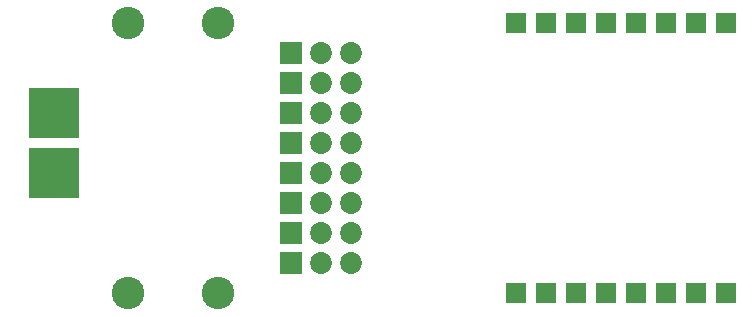
<source format=gbs>
G04 Layer: BottomSolderMaskLayer*
G04 EasyEDA v6.2.44, 2019-10-04T11:08:35+02:00*
G04 41162be0d33c4ba8b269e90eca5c5aeb,6fbb11cf78c9446ebbc1c763f74fa548,10*
G04 Gerber Generator version 0.2*
G04 Scale: 100 percent, Rotated: No, Reflected: No *
G04 Dimensions in millimeters *
G04 leading zeros omitted , absolute positions ,3 integer and 3 decimal *
%FSLAX33Y33*%
%MOMM*%
G90*
G71D02*

%ADD22C,1.854200*%
%ADD24C,2.743200*%

%LPD*%
G36*
G01X60468Y2686D02*
G01X60468Y4413D01*
G01X62195Y4413D01*
G01X62195Y2686D01*
G01X60468Y2686D01*
G37*
G36*
G01X57928Y2686D02*
G01X57928Y4413D01*
G01X59655Y4413D01*
G01X59655Y2686D01*
G01X57928Y2686D01*
G37*
G36*
G01X55388Y2686D02*
G01X55388Y4413D01*
G01X57115Y4413D01*
G01X57115Y2686D01*
G01X55388Y2686D01*
G37*
G36*
G01X52848Y2686D02*
G01X52848Y4413D01*
G01X54575Y4413D01*
G01X54575Y2686D01*
G01X52848Y2686D01*
G37*
G36*
G01X50308Y2686D02*
G01X50308Y4413D01*
G01X52035Y4413D01*
G01X52035Y2686D01*
G01X50308Y2686D01*
G37*
G36*
G01X47768Y2686D02*
G01X47768Y4413D01*
G01X49495Y4413D01*
G01X49495Y2686D01*
G01X47768Y2686D01*
G37*
G36*
G01X45228Y2686D02*
G01X45228Y4413D01*
G01X46955Y4413D01*
G01X46955Y2686D01*
G01X45228Y2686D01*
G37*
G36*
G01X42688Y2686D02*
G01X42688Y4413D01*
G01X44415Y4413D01*
G01X44415Y2686D01*
G01X42688Y2686D01*
G37*
G36*
G01X60468Y25546D02*
G01X60468Y27273D01*
G01X62195Y27273D01*
G01X62195Y25546D01*
G01X60468Y25546D01*
G37*
G36*
G01X57928Y25546D02*
G01X57928Y27273D01*
G01X59655Y27273D01*
G01X59655Y25546D01*
G01X57928Y25546D01*
G37*
G36*
G01X55388Y25546D02*
G01X55388Y27273D01*
G01X57115Y27273D01*
G01X57115Y25546D01*
G01X55388Y25546D01*
G37*
G36*
G01X52848Y25546D02*
G01X52848Y27273D01*
G01X54575Y27273D01*
G01X54575Y25546D01*
G01X52848Y25546D01*
G37*
G36*
G01X50308Y25546D02*
G01X50308Y27273D01*
G01X52035Y27273D01*
G01X52035Y25546D01*
G01X50308Y25546D01*
G37*
G36*
G01X47768Y25546D02*
G01X47768Y27273D01*
G01X49495Y27273D01*
G01X49495Y25546D01*
G01X47768Y25546D01*
G37*
G36*
G01X45228Y25546D02*
G01X45228Y27273D01*
G01X46955Y27273D01*
G01X46955Y25546D01*
G01X45228Y25546D01*
G37*
G36*
G01X42688Y25546D02*
G01X42688Y27273D01*
G01X44415Y27273D01*
G01X44415Y25546D01*
G01X42688Y25546D01*
G37*
G36*
G01X23575Y22942D02*
G01X23575Y24796D01*
G01X25429Y24796D01*
G01X25429Y22942D01*
G01X23575Y22942D01*
G37*
G54D22*
G01X27042Y23868D03*
G01X29582Y23868D03*
G36*
G01X23575Y20402D02*
G01X23575Y22256D01*
G01X25429Y22256D01*
G01X25429Y20402D01*
G01X23575Y20402D01*
G37*
G01X27042Y21328D03*
G01X29582Y21328D03*
G36*
G01X23575Y17862D02*
G01X23575Y19716D01*
G01X25429Y19716D01*
G01X25429Y17862D01*
G01X23575Y17862D01*
G37*
G01X27042Y18788D03*
G01X29582Y18788D03*
G36*
G01X23575Y15322D02*
G01X23575Y17176D01*
G01X25429Y17176D01*
G01X25429Y15322D01*
G01X23575Y15322D01*
G37*
G01X27042Y16248D03*
G01X29582Y16248D03*
G36*
G01X23575Y12782D02*
G01X23575Y14636D01*
G01X25429Y14636D01*
G01X25429Y12782D01*
G01X23575Y12782D01*
G37*
G01X27042Y13708D03*
G01X29582Y13708D03*
G36*
G01X23575Y10242D02*
G01X23575Y12096D01*
G01X25429Y12096D01*
G01X25429Y10242D01*
G01X23575Y10242D01*
G37*
G01X27042Y11168D03*
G01X29582Y11168D03*
G36*
G01X23575Y7702D02*
G01X23575Y9556D01*
G01X25429Y9556D01*
G01X25429Y7702D01*
G01X23575Y7702D01*
G37*
G01X27042Y8628D03*
G01X29582Y8628D03*
G36*
G01X23575Y5162D02*
G01X23575Y7016D01*
G01X25429Y7016D01*
G01X25429Y5162D01*
G01X23575Y5162D01*
G37*
G01X27042Y6088D03*
G01X29582Y6088D03*
G36*
G01X2333Y11606D02*
G01X2333Y15810D01*
G01X6536Y15810D01*
G01X6536Y11606D01*
G01X2333Y11606D01*
G37*
G36*
G01X2333Y16686D02*
G01X2333Y20890D01*
G01X6536Y20890D01*
G01X6536Y16686D01*
G01X2333Y16686D01*
G37*
G54D24*
G01X10724Y26384D03*
G01X18344Y26384D03*
G01X10724Y3524D03*
G01X18344Y3524D03*
M00*
M02*

</source>
